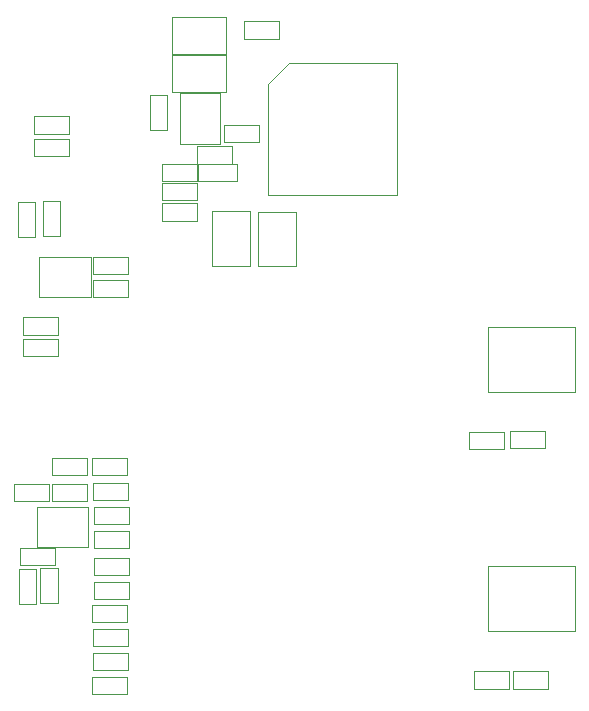
<source format=gbr>
%TF.GenerationSoftware,KiCad,Pcbnew,(5.1.9)-1*%
%TF.CreationDate,2022-03-13T12:23:53-04:00*%
%TF.ProjectId,4runner-seat-heat,3472756e-6e65-4722-9d73-6561742d6865,rev?*%
%TF.SameCoordinates,Original*%
%TF.FileFunction,Other,User*%
%FSLAX46Y46*%
G04 Gerber Fmt 4.6, Leading zero omitted, Abs format (unit mm)*
G04 Created by KiCad (PCBNEW (5.1.9)-1) date 2022-03-13 12:23:53*
%MOMM*%
%LPD*%
G01*
G04 APERTURE LIST*
%ADD10C,0.050000*%
G04 APERTURE END LIST*
D10*
%TO.C,R24*%
X9820000Y-43070000D02*
X12780000Y-43070000D01*
X9820000Y-44530000D02*
X9820000Y-43070000D01*
X12780000Y-44530000D02*
X9820000Y-44530000D01*
X12780000Y-43070000D02*
X12780000Y-44530000D01*
%TO.C,R23*%
X13280000Y-49930000D02*
X10320000Y-49930000D01*
X13280000Y-48470000D02*
X13280000Y-49930000D01*
X10320000Y-48470000D02*
X13280000Y-48470000D01*
X10320000Y-49930000D02*
X10320000Y-48470000D01*
%TO.C,R22*%
X10520000Y-30770000D02*
X13480000Y-30770000D01*
X10520000Y-32230000D02*
X10520000Y-30770000D01*
X13480000Y-32230000D02*
X10520000Y-32230000D01*
X13480000Y-30770000D02*
X13480000Y-32230000D01*
%TO.C,R21*%
X13480000Y-30430000D02*
X10520000Y-30430000D01*
X13480000Y-28970000D02*
X13480000Y-30430000D01*
X10520000Y-28970000D02*
X13480000Y-28970000D01*
X10520000Y-30430000D02*
X10520000Y-28970000D01*
%TO.C,C7*%
X30563000Y-12668500D02*
X30563000Y-14128500D01*
X30563000Y-14128500D02*
X27603000Y-14128500D01*
X27603000Y-14128500D02*
X27603000Y-12668500D01*
X27603000Y-12668500D02*
X30563000Y-12668500D01*
%TO.C,C8*%
X33654800Y-20013900D02*
X33654800Y-24613900D01*
X30454800Y-20013900D02*
X33654800Y-20013900D01*
X30454800Y-24613900D02*
X30454800Y-20013900D01*
X33654800Y-24613900D02*
X30454800Y-24613900D01*
%TO.C,C9*%
X29743200Y-24588500D02*
X26543200Y-24588500D01*
X26543200Y-24588500D02*
X26543200Y-19988500D01*
X26543200Y-19988500D02*
X29743200Y-19988500D01*
X29743200Y-19988500D02*
X29743200Y-24588500D01*
%TO.C,C10*%
X27750800Y-9931200D02*
X23150800Y-9931200D01*
X27750800Y-6731200D02*
X27750800Y-9931200D01*
X23150800Y-6731200D02*
X27750800Y-6731200D01*
X23150800Y-9931200D02*
X23150800Y-6731200D01*
%TO.C,C6*%
X23138100Y-6705400D02*
X23138100Y-3505400D01*
X23138100Y-3505400D02*
X27738100Y-3505400D01*
X27738100Y-3505400D02*
X27738100Y-6705400D01*
X27738100Y-6705400D02*
X23138100Y-6705400D01*
%TO.C,C12*%
X22294400Y-17608800D02*
X25254400Y-17608800D01*
X22294400Y-19068800D02*
X22294400Y-17608800D01*
X25254400Y-19068800D02*
X22294400Y-19068800D01*
X25254400Y-17608800D02*
X25254400Y-19068800D01*
%TO.C,F2*%
X32239400Y-5378200D02*
X29279400Y-5378200D01*
X32239400Y-3918200D02*
X32239400Y-5378200D01*
X29279400Y-3918200D02*
X32239400Y-3918200D01*
X29279400Y-5378200D02*
X29279400Y-3918200D01*
%TO.C,R1*%
X19412400Y-57347100D02*
X19412400Y-58807100D01*
X19412400Y-58807100D02*
X16452400Y-58807100D01*
X16452400Y-58807100D02*
X16452400Y-57347100D01*
X16452400Y-57347100D02*
X19412400Y-57347100D01*
%TO.C,R3*%
X48773900Y-58934600D02*
X51733900Y-58934600D01*
X48773900Y-60394600D02*
X48773900Y-58934600D01*
X51733900Y-60394600D02*
X48773900Y-60394600D01*
X51733900Y-58934600D02*
X51733900Y-60394600D01*
%TO.C,R2*%
X16427000Y-60839100D02*
X16427000Y-59379100D01*
X16427000Y-59379100D02*
X19387000Y-59379100D01*
X19387000Y-59379100D02*
X19387000Y-60839100D01*
X19387000Y-60839100D02*
X16427000Y-60839100D01*
%TO.C,R9*%
X11524800Y-13862300D02*
X14484800Y-13862300D01*
X11524800Y-15322300D02*
X11524800Y-13862300D01*
X14484800Y-15322300D02*
X11524800Y-15322300D01*
X14484800Y-13862300D02*
X14484800Y-15322300D01*
%TO.C,R12*%
X14472100Y-11957300D02*
X14472100Y-13417300D01*
X14472100Y-13417300D02*
X11512100Y-13417300D01*
X11512100Y-13417300D02*
X11512100Y-11957300D01*
X11512100Y-11957300D02*
X14472100Y-11957300D01*
%TO.C,R4*%
X19501300Y-52800000D02*
X16541300Y-52800000D01*
X19501300Y-51340000D02*
X19501300Y-52800000D01*
X16541300Y-51340000D02*
X19501300Y-51340000D01*
X16541300Y-52800000D02*
X16541300Y-51340000D01*
%TO.C,R7*%
X51276700Y-38652700D02*
X51276700Y-40112700D01*
X51276700Y-40112700D02*
X48316700Y-40112700D01*
X48316700Y-40112700D02*
X48316700Y-38652700D01*
X48316700Y-38652700D02*
X51276700Y-38652700D01*
%TO.C,R5*%
X19526700Y-50780700D02*
X16566700Y-50780700D01*
X19526700Y-49320700D02*
X19526700Y-50780700D01*
X16566700Y-49320700D02*
X19526700Y-49320700D01*
X16566700Y-50780700D02*
X16566700Y-49320700D01*
%TO.C,R6*%
X15983400Y-40887900D02*
X15983400Y-42347900D01*
X15983400Y-42347900D02*
X13023400Y-42347900D01*
X13023400Y-42347900D02*
X13023400Y-40887900D01*
X13023400Y-40887900D02*
X15983400Y-40887900D01*
%TO.C,R8*%
X12998000Y-43059600D02*
X15958000Y-43059600D01*
X12998000Y-44519600D02*
X12998000Y-43059600D01*
X15958000Y-44519600D02*
X12998000Y-44519600D01*
X15958000Y-43059600D02*
X15958000Y-44519600D01*
%TO.C,R11*%
X19450500Y-27234900D02*
X16490500Y-27234900D01*
X19450500Y-25774900D02*
X19450500Y-27234900D01*
X16490500Y-25774900D02*
X19450500Y-25774900D01*
X16490500Y-27234900D02*
X16490500Y-25774900D01*
%TO.C,R10*%
X16541300Y-48520100D02*
X16541300Y-47060100D01*
X16541300Y-47060100D02*
X19501300Y-47060100D01*
X19501300Y-47060100D02*
X19501300Y-48520100D01*
X19501300Y-48520100D02*
X16541300Y-48520100D01*
%TO.C,R16*%
X12262100Y-22054000D02*
X12262100Y-19094000D01*
X13722100Y-22054000D02*
X12262100Y-22054000D01*
X13722100Y-19094000D02*
X13722100Y-22054000D01*
X12262100Y-19094000D02*
X13722100Y-19094000D01*
%TO.C,R15*%
X12020800Y-50196300D02*
X13480800Y-50196300D01*
X13480800Y-50196300D02*
X13480800Y-53156300D01*
X13480800Y-53156300D02*
X12020800Y-53156300D01*
X12020800Y-53156300D02*
X12020800Y-50196300D01*
%TO.C,R14*%
X19450500Y-23831800D02*
X19450500Y-25291800D01*
X19450500Y-25291800D02*
X16490500Y-25291800D01*
X16490500Y-25291800D02*
X16490500Y-23831800D01*
X16490500Y-23831800D02*
X19450500Y-23831800D01*
%TO.C,R13*%
X19514000Y-44990000D02*
X19514000Y-46450000D01*
X19514000Y-46450000D02*
X16554000Y-46450000D01*
X16554000Y-46450000D02*
X16554000Y-44990000D01*
X16554000Y-44990000D02*
X19514000Y-44990000D01*
%TO.C,R34*%
X22307100Y-19310600D02*
X25267100Y-19310600D01*
X22307100Y-20770600D02*
X22307100Y-19310600D01*
X25267100Y-20770600D02*
X22307100Y-20770600D01*
X25267100Y-19310600D02*
X25267100Y-20770600D01*
%TO.C,R35*%
X21291800Y-13075100D02*
X21291800Y-10115100D01*
X22751800Y-13075100D02*
X21291800Y-13075100D01*
X22751800Y-10115100D02*
X22751800Y-13075100D01*
X21291800Y-10115100D02*
X22751800Y-10115100D01*
%TO.C,R36*%
X22294400Y-17443200D02*
X22294400Y-15983200D01*
X22294400Y-15983200D02*
X25254400Y-15983200D01*
X25254400Y-15983200D02*
X25254400Y-17443200D01*
X25254400Y-17443200D02*
X22294400Y-17443200D01*
%TO.C,R37*%
X25304300Y-15957300D02*
X25304300Y-14497300D01*
X25304300Y-14497300D02*
X28264300Y-14497300D01*
X28264300Y-14497300D02*
X28264300Y-15957300D01*
X28264300Y-15957300D02*
X25304300Y-15957300D01*
%TO.C,R38*%
X28675600Y-17430500D02*
X25375600Y-17430500D01*
X28675600Y-15970500D02*
X28675600Y-17430500D01*
X25375600Y-15970500D02*
X28675600Y-15970500D01*
X25375600Y-17430500D02*
X25375600Y-15970500D01*
%TO.C,R17*%
X16401600Y-53283100D02*
X19361600Y-53283100D01*
X16401600Y-54743100D02*
X16401600Y-53283100D01*
X19361600Y-54743100D02*
X16401600Y-54743100D01*
X19361600Y-53283100D02*
X19361600Y-54743100D01*
%TO.C,R19*%
X19387000Y-40887900D02*
X19387000Y-42347900D01*
X19387000Y-42347900D02*
X16427000Y-42347900D01*
X16427000Y-42347900D02*
X16427000Y-40887900D01*
X16427000Y-40887900D02*
X19387000Y-40887900D01*
%TO.C,R18*%
X16452400Y-55365900D02*
X19412400Y-55365900D01*
X16452400Y-56825900D02*
X16452400Y-55365900D01*
X19412400Y-56825900D02*
X16452400Y-56825900D01*
X19412400Y-55365900D02*
X19412400Y-56825900D01*
%TO.C,R20*%
X19437800Y-44456100D02*
X16477800Y-44456100D01*
X19437800Y-42996100D02*
X19437800Y-44456100D01*
X16477800Y-42996100D02*
X19437800Y-42996100D01*
X16477800Y-44456100D02*
X16477800Y-42996100D01*
%TO.C,U1*%
X27212800Y-9933100D02*
X27212800Y-14273100D01*
X27212800Y-9933100D02*
X23812800Y-9933100D01*
X23812800Y-14273100D02*
X27212800Y-14273100D01*
X23812800Y-14273100D02*
X23812800Y-9933100D01*
%TO.C,D1*%
X52075900Y-60394600D02*
X52075900Y-58934600D01*
X52075900Y-58934600D02*
X55035900Y-58934600D01*
X55035900Y-58934600D02*
X55035900Y-60394600D01*
X55035900Y-60394600D02*
X52075900Y-60394600D01*
%TO.C,D2*%
X54718400Y-40049200D02*
X51758400Y-40049200D01*
X54718400Y-38589200D02*
X54718400Y-40049200D01*
X51758400Y-38589200D02*
X54718400Y-38589200D01*
X51758400Y-40049200D02*
X51758400Y-38589200D01*
%TO.C,D3*%
X10141200Y-22130200D02*
X10141200Y-19170200D01*
X11601200Y-22130200D02*
X10141200Y-22130200D01*
X11601200Y-19170200D02*
X11601200Y-22130200D01*
X10141200Y-19170200D02*
X11601200Y-19170200D01*
%TO.C,D4*%
X10204700Y-50259800D02*
X11664700Y-50259800D01*
X11664700Y-50259800D02*
X11664700Y-53219800D01*
X11664700Y-53219800D02*
X10204700Y-53219800D01*
X10204700Y-53219800D02*
X10204700Y-50259800D01*
%TO.C,Q1*%
X57278300Y-50035000D02*
X57278300Y-55535000D01*
X49938300Y-55535000D02*
X49938300Y-50035000D01*
X57278300Y-50035000D02*
X49938300Y-50035000D01*
X49938300Y-55535000D02*
X57278300Y-55535000D01*
%TO.C,Q2*%
X49938300Y-35274700D02*
X57278300Y-35274700D01*
X57278300Y-29774700D02*
X49938300Y-29774700D01*
X49938300Y-35274700D02*
X49938300Y-29774700D01*
X57278300Y-29774700D02*
X57278300Y-35274700D01*
%TO.C,Q4*%
X11939700Y-23865100D02*
X16279700Y-23865100D01*
X11939700Y-23865100D02*
X11939700Y-27265100D01*
X16279700Y-27265100D02*
X11939700Y-27265100D01*
X16279700Y-27265100D02*
X16279700Y-23865100D01*
%TO.C,Q3*%
X16038400Y-48385200D02*
X16038400Y-44985200D01*
X16038400Y-48385200D02*
X11698400Y-48385200D01*
X11698400Y-44985200D02*
X11698400Y-48385200D01*
X11698400Y-44985200D02*
X16038400Y-44985200D01*
%TO.C,L1*%
X42191900Y-7417500D02*
X42191900Y-18617500D01*
X33091900Y-7417500D02*
X42191900Y-7417500D01*
X31291900Y-9217500D02*
X33091900Y-7417500D01*
X31291900Y-18617500D02*
X31291900Y-9217500D01*
X42191900Y-18617500D02*
X31291900Y-18617500D01*
%TD*%
M02*

</source>
